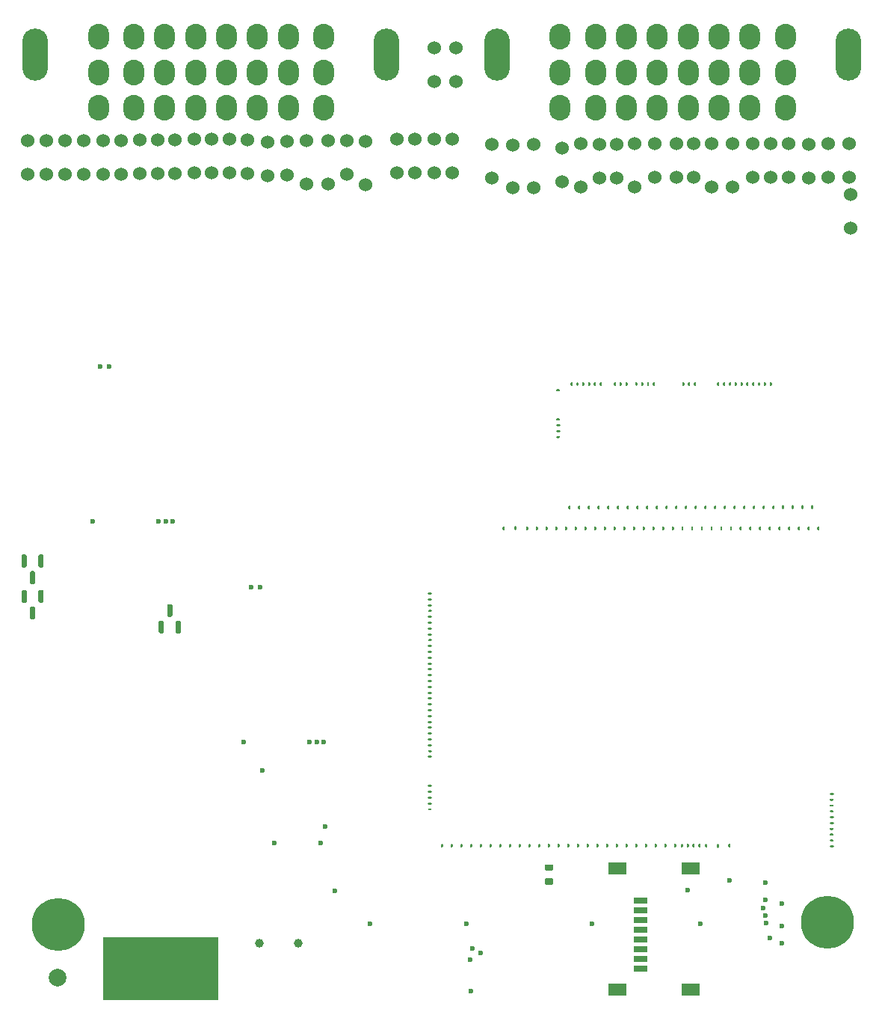
<source format=gbs>
G04 #@! TF.GenerationSoftware,KiCad,Pcbnew,(6.0.1)*
G04 #@! TF.CreationDate,2022-07-29T10:47:58+03:00*
G04 #@! TF.ProjectId,alphax_4ch,616c7068-6178-45f3-9463-682e6b696361,a*
G04 #@! TF.SameCoordinates,PX141f5e0PYa2cace0*
G04 #@! TF.FileFunction,Soldermask,Bot*
G04 #@! TF.FilePolarity,Negative*
%FSLAX46Y46*%
G04 Gerber Fmt 4.6, Leading zero omitted, Abs format (unit mm)*
G04 Created by KiCad (PCBNEW (6.0.1)) date 2022-07-29 10:47:58*
%MOMM*%
%LPD*%
G01*
G04 APERTURE LIST*
%ADD10C,0.120000*%
%ADD11C,0.599999*%
%ADD12C,1.524000*%
%ADD13C,6.000000*%
%ADD14O,2.900000X5.900000*%
%ADD15O,2.400000X2.900000*%
%ADD16C,1.000000*%
%ADD17R,1.500000X0.800000*%
%ADD18R,2.000000X1.450000*%
%ADD19C,2.000000*%
G04 APERTURE END LIST*
D10*
G04 #@! TO.C,U4*
X9850000Y200000D02*
X9850000Y7200000D01*
X9850000Y7200000D02*
X22850000Y7200000D01*
X22850000Y7200000D02*
X22850000Y200000D01*
X22850000Y200000D02*
X9850000Y200000D01*
G36*
X22850000Y200000D02*
G01*
X9850000Y200000D01*
X9850000Y7200000D01*
X22850000Y7200000D01*
X22850000Y200000D01*
G37*
X22850000Y200000D02*
X9850000Y200000D01*
X9850000Y7200000D01*
X22850000Y7200000D01*
X22850000Y200000D01*
G04 #@! TD*
G04 #@! TO.C,D59*
G36*
G01*
X17580000Y43440000D02*
X17280000Y43440000D01*
G75*
G02*
X17130000Y43590000I0J150000D01*
G01*
X17130000Y44765000D01*
G75*
G02*
X17280000Y44915000I150000J0D01*
G01*
X17580000Y44915000D01*
G75*
G02*
X17730000Y44765000I0J-150000D01*
G01*
X17730000Y43590000D01*
G75*
G02*
X17580000Y43440000I-150000J0D01*
G01*
G37*
G36*
G01*
X16630000Y41565000D02*
X16330000Y41565000D01*
G75*
G02*
X16180000Y41715000I0J150000D01*
G01*
X16180000Y42890000D01*
G75*
G02*
X16330000Y43040000I150000J0D01*
G01*
X16630000Y43040000D01*
G75*
G02*
X16780000Y42890000I0J-150000D01*
G01*
X16780000Y41715000D01*
G75*
G02*
X16630000Y41565000I-150000J0D01*
G01*
G37*
G36*
G01*
X18530000Y41565000D02*
X18230000Y41565000D01*
G75*
G02*
X18080000Y41715000I0J150000D01*
G01*
X18080000Y42890000D01*
G75*
G02*
X18230000Y43040000I150000J0D01*
G01*
X18530000Y43040000D01*
G75*
G02*
X18680000Y42890000I0J-150000D01*
G01*
X18680000Y41715000D01*
G75*
G02*
X18530000Y41565000I-150000J0D01*
G01*
G37*
G04 #@! TD*
G04 #@! TO.C,D58*
G36*
G01*
X1740000Y48650000D02*
X2040000Y48650000D01*
G75*
G02*
X2190000Y48500000I0J-150000D01*
G01*
X2190000Y47325000D01*
G75*
G02*
X2040000Y47175000I-150000J0D01*
G01*
X1740000Y47175000D01*
G75*
G02*
X1590000Y47325000I0J150000D01*
G01*
X1590000Y48500000D01*
G75*
G02*
X1740000Y48650000I150000J0D01*
G01*
G37*
G36*
G01*
X2690000Y50525000D02*
X2990000Y50525000D01*
G75*
G02*
X3140000Y50375000I0J-150000D01*
G01*
X3140000Y49200000D01*
G75*
G02*
X2990000Y49050000I-150000J0D01*
G01*
X2690000Y49050000D01*
G75*
G02*
X2540000Y49200000I0J150000D01*
G01*
X2540000Y50375000D01*
G75*
G02*
X2690000Y50525000I150000J0D01*
G01*
G37*
G36*
G01*
X790000Y50525000D02*
X1090000Y50525000D01*
G75*
G02*
X1240000Y50375000I0J-150000D01*
G01*
X1240000Y49200000D01*
G75*
G02*
X1090000Y49050000I-150000J0D01*
G01*
X790000Y49050000D01*
G75*
G02*
X640000Y49200000I0J150000D01*
G01*
X640000Y50375000D01*
G75*
G02*
X790000Y50525000I150000J0D01*
G01*
G37*
G04 #@! TD*
G04 #@! TO.C,D57*
G36*
G01*
X1740000Y44650000D02*
X2040000Y44650000D01*
G75*
G02*
X2190000Y44500000I0J-150000D01*
G01*
X2190000Y43325000D01*
G75*
G02*
X2040000Y43175000I-150000J0D01*
G01*
X1740000Y43175000D01*
G75*
G02*
X1590000Y43325000I0J150000D01*
G01*
X1590000Y44500000D01*
G75*
G02*
X1740000Y44650000I150000J0D01*
G01*
G37*
G36*
G01*
X2690000Y46525000D02*
X2990000Y46525000D01*
G75*
G02*
X3140000Y46375000I0J-150000D01*
G01*
X3140000Y45200000D01*
G75*
G02*
X2990000Y45050000I-150000J0D01*
G01*
X2690000Y45050000D01*
G75*
G02*
X2540000Y45200000I0J150000D01*
G01*
X2540000Y46375000D01*
G75*
G02*
X2690000Y46525000I150000J0D01*
G01*
G37*
G36*
G01*
X790000Y46525000D02*
X1090000Y46525000D01*
G75*
G02*
X1240000Y46375000I0J-150000D01*
G01*
X1240000Y45200000D01*
G75*
G02*
X1090000Y45050000I-150000J0D01*
G01*
X790000Y45050000D01*
G75*
G02*
X640000Y45200000I0J150000D01*
G01*
X640000Y46375000D01*
G75*
G02*
X790000Y46525000I150000J0D01*
G01*
G37*
G04 #@! TD*
D11*
G04 #@! TO.C,M4*
X84894889Y11474986D03*
X86729899Y11049978D03*
X84679891Y10499981D03*
X84894886Y9625022D03*
X84969893Y8774999D03*
X86729899Y8449983D03*
X85419899Y7150016D03*
X86729899Y6499999D03*
X80804884Y13675002D03*
X84879890Y13375000D03*
G04 #@! TD*
D12*
G04 #@! TO.C,R8*
X76750000Y93245000D03*
X76750000Y97055000D03*
G04 #@! TD*
D13*
G04 #@! TO.C,J8*
X4803000Y8619000D03*
G04 #@! TD*
D12*
G04 #@! TO.C,R59*
X45200000Y97505000D03*
X45200000Y93695000D03*
G04 #@! TD*
G04 #@! TO.C,R9*
X74800000Y93245000D03*
X74800000Y97055000D03*
G04 #@! TD*
G04 #@! TO.C,R68*
X24200000Y93695000D03*
X24200000Y97505000D03*
G04 #@! TD*
G04 #@! TO.C,F4*
X63950000Y97000000D03*
X63950000Y92100000D03*
G04 #@! TD*
G04 #@! TO.C,R91*
X94580000Y87485000D03*
X94580000Y91295000D03*
G04 #@! TD*
G04 #@! TO.C,M5*
G36*
G01*
X61299998Y63946477D02*
X61549998Y63946477D01*
G75*
G02*
X61674998Y63821477I0J-125000D01*
G01*
X61674998Y63821477D01*
G75*
G02*
X61549998Y63696477I-125000J0D01*
G01*
X61299998Y63696477D01*
G75*
G02*
X61174998Y63821477I0J125000D01*
G01*
X61174998Y63821477D01*
G75*
G02*
X61299998Y63946477I125000J0D01*
G01*
G37*
G36*
G01*
X61299998Y64606478D02*
X61549998Y64606478D01*
G75*
G02*
X61674998Y64481478I0J-125000D01*
G01*
X61674998Y64481478D01*
G75*
G02*
X61549998Y64356478I-125000J0D01*
G01*
X61299998Y64356478D01*
G75*
G02*
X61174998Y64481478I0J125000D01*
G01*
X61174998Y64481478D01*
G75*
G02*
X61299998Y64606478I125000J0D01*
G01*
G37*
G36*
G01*
X61299998Y65266479D02*
X61549998Y65266479D01*
G75*
G02*
X61674998Y65141479I0J-125000D01*
G01*
X61674998Y65141479D01*
G75*
G02*
X61549998Y65016479I-125000J0D01*
G01*
X61299998Y65016479D01*
G75*
G02*
X61174998Y65141479I0J125000D01*
G01*
X61174998Y65141479D01*
G75*
G02*
X61299998Y65266479I125000J0D01*
G01*
G37*
G36*
G01*
X61299998Y65926480D02*
X61549998Y65926480D01*
G75*
G02*
X61674998Y65801480I0J-125000D01*
G01*
X61674998Y65801480D01*
G75*
G02*
X61549998Y65676480I-125000J0D01*
G01*
X61299998Y65676480D01*
G75*
G02*
X61174998Y65801480I0J125000D01*
G01*
X61174998Y65801480D01*
G75*
G02*
X61299998Y65926480I125000J0D01*
G01*
G37*
G36*
G01*
X61299998Y69226487D02*
X61549998Y69226487D01*
G75*
G02*
X61674998Y69101487I0J-125000D01*
G01*
X61674998Y69101487D01*
G75*
G02*
X61549998Y68976487I-125000J0D01*
G01*
X61299998Y68976487D01*
G75*
G02*
X61174998Y69101487I0J125000D01*
G01*
X61174998Y69101487D01*
G75*
G02*
X61299998Y69226487I125000J0D01*
G01*
G37*
G36*
G01*
X90070000Y55727684D02*
X90070000Y55977684D01*
G75*
G02*
X90195000Y56102684I125000J0D01*
G01*
X90195000Y56102684D01*
G75*
G02*
X90320000Y55977684I0J-125000D01*
G01*
X90320000Y55727684D01*
G75*
G02*
X90195000Y55602684I-125000J0D01*
G01*
X90195000Y55602684D01*
G75*
G02*
X90070000Y55727684I0J125000D01*
G01*
G37*
G36*
G01*
X89219996Y55977684D02*
X89219996Y55727684D01*
G75*
G02*
X89094996Y55602684I-125000J0D01*
G01*
X89094996Y55602684D01*
G75*
G02*
X88969996Y55727684I0J125000D01*
G01*
X88969996Y55977684D01*
G75*
G02*
X89094996Y56102684I125000J0D01*
G01*
X89094996Y56102684D01*
G75*
G02*
X89219996Y55977684I0J-125000D01*
G01*
G37*
G36*
G01*
X88119995Y55977684D02*
X88119995Y55727684D01*
G75*
G02*
X87994995Y55602684I-125000J0D01*
G01*
X87994995Y55602684D01*
G75*
G02*
X87869995Y55727684I0J125000D01*
G01*
X87869995Y55977684D01*
G75*
G02*
X87994995Y56102684I125000J0D01*
G01*
X87994995Y56102684D01*
G75*
G02*
X88119995Y55977684I0J-125000D01*
G01*
G37*
G36*
G01*
X87019998Y55977684D02*
X87019998Y55727684D01*
G75*
G02*
X86894998Y55602684I-125000J0D01*
G01*
X86894998Y55602684D01*
G75*
G02*
X86769998Y55727684I0J125000D01*
G01*
X86769998Y55977684D01*
G75*
G02*
X86894998Y56102684I125000J0D01*
G01*
X86894998Y56102684D01*
G75*
G02*
X87019998Y55977684I0J-125000D01*
G01*
G37*
G36*
G01*
X85920000Y55977684D02*
X85920000Y55727684D01*
G75*
G02*
X85795000Y55602684I-125000J0D01*
G01*
X85795000Y55602684D01*
G75*
G02*
X85670000Y55727684I0J125000D01*
G01*
X85670000Y55977684D01*
G75*
G02*
X85795000Y56102684I125000J0D01*
G01*
X85795000Y56102684D01*
G75*
G02*
X85920000Y55977684I0J-125000D01*
G01*
G37*
G36*
G01*
X84820002Y55977684D02*
X84820002Y55727684D01*
G75*
G02*
X84695002Y55602684I-125000J0D01*
G01*
X84695002Y55602684D01*
G75*
G02*
X84570002Y55727684I0J125000D01*
G01*
X84570002Y55977684D01*
G75*
G02*
X84695002Y56102684I125000J0D01*
G01*
X84695002Y56102684D01*
G75*
G02*
X84820002Y55977684I0J-125000D01*
G01*
G37*
G36*
G01*
X83720004Y55977684D02*
X83720004Y55727684D01*
G75*
G02*
X83595004Y55602684I-125000J0D01*
G01*
X83595004Y55602684D01*
G75*
G02*
X83470004Y55727684I0J125000D01*
G01*
X83470004Y55977684D01*
G75*
G02*
X83595004Y56102684I125000J0D01*
G01*
X83595004Y56102684D01*
G75*
G02*
X83720004Y55977684I0J-125000D01*
G01*
G37*
G36*
G01*
X82620006Y55977684D02*
X82620006Y55727684D01*
G75*
G02*
X82495006Y55602684I-125000J0D01*
G01*
X82495006Y55602684D01*
G75*
G02*
X82370006Y55727684I0J125000D01*
G01*
X82370006Y55977684D01*
G75*
G02*
X82495006Y56102684I125000J0D01*
G01*
X82495006Y56102684D01*
G75*
G02*
X82620006Y55977684I0J-125000D01*
G01*
G37*
G36*
G01*
X81520009Y55977684D02*
X81520009Y55727684D01*
G75*
G02*
X81395009Y55602684I-125000J0D01*
G01*
X81395009Y55602684D01*
G75*
G02*
X81270009Y55727684I0J125000D01*
G01*
X81270009Y55977684D01*
G75*
G02*
X81395009Y56102684I125000J0D01*
G01*
X81395009Y56102684D01*
G75*
G02*
X81520009Y55977684I0J-125000D01*
G01*
G37*
G36*
G01*
X80420011Y55977684D02*
X80420011Y55727684D01*
G75*
G02*
X80295011Y55602684I-125000J0D01*
G01*
X80295011Y55602684D01*
G75*
G02*
X80170011Y55727684I0J125000D01*
G01*
X80170011Y55977684D01*
G75*
G02*
X80295011Y56102684I125000J0D01*
G01*
X80295011Y56102684D01*
G75*
G02*
X80420011Y55977684I0J-125000D01*
G01*
G37*
G36*
G01*
X79320013Y55977684D02*
X79320013Y55727684D01*
G75*
G02*
X79195013Y55602684I-125000J0D01*
G01*
X79195013Y55602684D01*
G75*
G02*
X79070013Y55727684I0J125000D01*
G01*
X79070013Y55977684D01*
G75*
G02*
X79195013Y56102684I125000J0D01*
G01*
X79195013Y56102684D01*
G75*
G02*
X79320013Y55977684I0J-125000D01*
G01*
G37*
G36*
G01*
X78220015Y55977684D02*
X78220015Y55727684D01*
G75*
G02*
X78095015Y55602684I-125000J0D01*
G01*
X78095015Y55602684D01*
G75*
G02*
X77970015Y55727684I0J125000D01*
G01*
X77970015Y55977684D01*
G75*
G02*
X78095015Y56102684I125000J0D01*
G01*
X78095015Y56102684D01*
G75*
G02*
X78220015Y55977684I0J-125000D01*
G01*
G37*
G36*
G01*
X77120017Y55977684D02*
X77120017Y55727684D01*
G75*
G02*
X76995017Y55602684I-125000J0D01*
G01*
X76995017Y55602684D01*
G75*
G02*
X76870017Y55727684I0J125000D01*
G01*
X76870017Y55977684D01*
G75*
G02*
X76995017Y56102684I125000J0D01*
G01*
X76995017Y56102684D01*
G75*
G02*
X77120017Y55977684I0J-125000D01*
G01*
G37*
G36*
G01*
X76020020Y55977684D02*
X76020020Y55727684D01*
G75*
G02*
X75895020Y55602684I-125000J0D01*
G01*
X75895020Y55602684D01*
G75*
G02*
X75770020Y55727684I0J125000D01*
G01*
X75770020Y55977684D01*
G75*
G02*
X75895020Y56102684I125000J0D01*
G01*
X75895020Y56102684D01*
G75*
G02*
X76020020Y55977684I0J-125000D01*
G01*
G37*
G36*
G01*
X74920022Y55977684D02*
X74920022Y55727684D01*
G75*
G02*
X74795022Y55602684I-125000J0D01*
G01*
X74795022Y55602684D01*
G75*
G02*
X74670022Y55727684I0J125000D01*
G01*
X74670022Y55977684D01*
G75*
G02*
X74795022Y56102684I125000J0D01*
G01*
X74795022Y56102684D01*
G75*
G02*
X74920022Y55977684I0J-125000D01*
G01*
G37*
G36*
G01*
X73820024Y55977684D02*
X73820024Y55727684D01*
G75*
G02*
X73695024Y55602684I-125000J0D01*
G01*
X73695024Y55602684D01*
G75*
G02*
X73570024Y55727684I0J125000D01*
G01*
X73570024Y55977684D01*
G75*
G02*
X73695024Y56102684I125000J0D01*
G01*
X73695024Y56102684D01*
G75*
G02*
X73820024Y55977684I0J-125000D01*
G01*
G37*
G36*
G01*
X72720026Y55977684D02*
X72720026Y55727684D01*
G75*
G02*
X72595026Y55602684I-125000J0D01*
G01*
X72595026Y55602684D01*
G75*
G02*
X72470026Y55727684I0J125000D01*
G01*
X72470026Y55977684D01*
G75*
G02*
X72595026Y56102684I125000J0D01*
G01*
X72595026Y56102684D01*
G75*
G02*
X72720026Y55977684I0J-125000D01*
G01*
G37*
G36*
G01*
X71620028Y55977684D02*
X71620028Y55727684D01*
G75*
G02*
X71495028Y55602684I-125000J0D01*
G01*
X71495028Y55602684D01*
G75*
G02*
X71370028Y55727684I0J125000D01*
G01*
X71370028Y55977684D01*
G75*
G02*
X71495028Y56102684I125000J0D01*
G01*
X71495028Y56102684D01*
G75*
G02*
X71620028Y55977684I0J-125000D01*
G01*
G37*
G36*
G01*
X70520031Y55977684D02*
X70520031Y55727684D01*
G75*
G02*
X70395031Y55602684I-125000J0D01*
G01*
X70395031Y55602684D01*
G75*
G02*
X70270031Y55727684I0J125000D01*
G01*
X70270031Y55977684D01*
G75*
G02*
X70395031Y56102684I125000J0D01*
G01*
X70395031Y56102684D01*
G75*
G02*
X70520031Y55977684I0J-125000D01*
G01*
G37*
G36*
G01*
X69420033Y55977684D02*
X69420033Y55727684D01*
G75*
G02*
X69295033Y55602684I-125000J0D01*
G01*
X69295033Y55602684D01*
G75*
G02*
X69170033Y55727684I0J125000D01*
G01*
X69170033Y55977684D01*
G75*
G02*
X69295033Y56102684I125000J0D01*
G01*
X69295033Y56102684D01*
G75*
G02*
X69420033Y55977684I0J-125000D01*
G01*
G37*
G36*
G01*
X68320035Y55977684D02*
X68320035Y55727684D01*
G75*
G02*
X68195035Y55602684I-125000J0D01*
G01*
X68195035Y55602684D01*
G75*
G02*
X68070035Y55727684I0J125000D01*
G01*
X68070035Y55977684D01*
G75*
G02*
X68195035Y56102684I125000J0D01*
G01*
X68195035Y56102684D01*
G75*
G02*
X68320035Y55977684I0J-125000D01*
G01*
G37*
G36*
G01*
X67220037Y55977684D02*
X67220037Y55727684D01*
G75*
G02*
X67095037Y55602684I-125000J0D01*
G01*
X67095037Y55602684D01*
G75*
G02*
X66970037Y55727684I0J125000D01*
G01*
X66970037Y55977684D01*
G75*
G02*
X67095037Y56102684I125000J0D01*
G01*
X67095037Y56102684D01*
G75*
G02*
X67220037Y55977684I0J-125000D01*
G01*
G37*
G36*
G01*
X66120039Y55977684D02*
X66120039Y55727684D01*
G75*
G02*
X65995039Y55602684I-125000J0D01*
G01*
X65995039Y55602684D01*
G75*
G02*
X65870039Y55727684I0J125000D01*
G01*
X65870039Y55977684D01*
G75*
G02*
X65995039Y56102684I125000J0D01*
G01*
X65995039Y56102684D01*
G75*
G02*
X66120039Y55977684I0J-125000D01*
G01*
G37*
G36*
G01*
X65020042Y55977684D02*
X65020042Y55727684D01*
G75*
G02*
X64895042Y55602684I-125000J0D01*
G01*
X64895042Y55602684D01*
G75*
G02*
X64770042Y55727684I0J125000D01*
G01*
X64770042Y55977684D01*
G75*
G02*
X64895042Y56102684I125000J0D01*
G01*
X64895042Y56102684D01*
G75*
G02*
X65020042Y55977684I0J-125000D01*
G01*
G37*
G36*
G01*
X63920044Y55977684D02*
X63920044Y55727684D01*
G75*
G02*
X63795044Y55602684I-125000J0D01*
G01*
X63795044Y55602684D01*
G75*
G02*
X63670044Y55727684I0J125000D01*
G01*
X63670044Y55977684D01*
G75*
G02*
X63795044Y56102684I125000J0D01*
G01*
X63795044Y56102684D01*
G75*
G02*
X63920044Y55977684I0J-125000D01*
G01*
G37*
G36*
G01*
X62820046Y55977684D02*
X62820046Y55727684D01*
G75*
G02*
X62695046Y55602684I-125000J0D01*
G01*
X62695046Y55602684D01*
G75*
G02*
X62570046Y55727684I0J125000D01*
G01*
X62570046Y55977684D01*
G75*
G02*
X62695046Y56102684I125000J0D01*
G01*
X62695046Y56102684D01*
G75*
G02*
X62820046Y55977684I0J-125000D01*
G01*
G37*
G36*
G01*
X63070990Y69939683D02*
X63070990Y69689683D01*
G75*
G02*
X62945990Y69564683I-125000J0D01*
G01*
X62945990Y69564683D01*
G75*
G02*
X62820990Y69689683I0J125000D01*
G01*
X62820990Y69939683D01*
G75*
G02*
X62945990Y70064683I125000J0D01*
G01*
X62945990Y70064683D01*
G75*
G02*
X63070990Y69939683I0J-125000D01*
G01*
G37*
G36*
G01*
X63730992Y69939683D02*
X63730992Y69689683D01*
G75*
G02*
X63605992Y69564683I-125000J0D01*
G01*
X63605992Y69564683D01*
G75*
G02*
X63480992Y69689683I0J125000D01*
G01*
X63480992Y69939683D01*
G75*
G02*
X63605992Y70064683I125000J0D01*
G01*
X63605992Y70064683D01*
G75*
G02*
X63730992Y69939683I0J-125000D01*
G01*
G37*
G36*
G01*
X64390993Y69939683D02*
X64390993Y69689683D01*
G75*
G02*
X64265993Y69564683I-125000J0D01*
G01*
X64265993Y69564683D01*
G75*
G02*
X64140993Y69689683I0J125000D01*
G01*
X64140993Y69939683D01*
G75*
G02*
X64265993Y70064683I125000J0D01*
G01*
X64265993Y70064683D01*
G75*
G02*
X64390993Y69939683I0J-125000D01*
G01*
G37*
G36*
G01*
X65050994Y69939683D02*
X65050994Y69689683D01*
G75*
G02*
X64925994Y69564683I-125000J0D01*
G01*
X64925994Y69564683D01*
G75*
G02*
X64800994Y69689683I0J125000D01*
G01*
X64800994Y69939683D01*
G75*
G02*
X64925994Y70064683I125000J0D01*
G01*
X64925994Y70064683D01*
G75*
G02*
X65050994Y69939683I0J-125000D01*
G01*
G37*
G36*
G01*
X65710995Y69939683D02*
X65710995Y69689683D01*
G75*
G02*
X65585995Y69564683I-125000J0D01*
G01*
X65585995Y69564683D01*
G75*
G02*
X65460995Y69689683I0J125000D01*
G01*
X65460995Y69939683D01*
G75*
G02*
X65585995Y70064683I125000J0D01*
G01*
X65585995Y70064683D01*
G75*
G02*
X65710995Y69939683I0J-125000D01*
G01*
G37*
G36*
G01*
X66370997Y69939683D02*
X66370997Y69689683D01*
G75*
G02*
X66245997Y69564683I-125000J0D01*
G01*
X66245997Y69564683D01*
G75*
G02*
X66120997Y69689683I0J125000D01*
G01*
X66120997Y69939683D01*
G75*
G02*
X66245997Y70064683I125000J0D01*
G01*
X66245997Y70064683D01*
G75*
G02*
X66370997Y69939683I0J-125000D01*
G01*
G37*
G36*
G01*
X67971994Y69939683D02*
X67971994Y69689683D01*
G75*
G02*
X67846994Y69564683I-125000J0D01*
G01*
X67846994Y69564683D01*
G75*
G02*
X67721994Y69689683I0J125000D01*
G01*
X67721994Y69939683D01*
G75*
G02*
X67846994Y70064683I125000J0D01*
G01*
X67846994Y70064683D01*
G75*
G02*
X67971994Y69939683I0J-125000D01*
G01*
G37*
G36*
G01*
X68631995Y69939683D02*
X68631995Y69689683D01*
G75*
G02*
X68506995Y69564683I-125000J0D01*
G01*
X68506995Y69564683D01*
G75*
G02*
X68381995Y69689683I0J125000D01*
G01*
X68381995Y69939683D01*
G75*
G02*
X68506995Y70064683I125000J0D01*
G01*
X68506995Y70064683D01*
G75*
G02*
X68631995Y69939683I0J-125000D01*
G01*
G37*
G36*
G01*
X69291997Y69939683D02*
X69291997Y69689683D01*
G75*
G02*
X69166997Y69564683I-125000J0D01*
G01*
X69166997Y69564683D01*
G75*
G02*
X69041997Y69689683I0J125000D01*
G01*
X69041997Y69939683D01*
G75*
G02*
X69166997Y70064683I125000J0D01*
G01*
X69166997Y70064683D01*
G75*
G02*
X69291997Y69939683I0J-125000D01*
G01*
G37*
G36*
G01*
X70412896Y69939683D02*
X70412896Y69689683D01*
G75*
G02*
X70287896Y69564683I-125000J0D01*
G01*
X70287896Y69564683D01*
G75*
G02*
X70162896Y69689683I0J125000D01*
G01*
X70162896Y69939683D01*
G75*
G02*
X70287896Y70064683I125000J0D01*
G01*
X70287896Y70064683D01*
G75*
G02*
X70412896Y69939683I0J-125000D01*
G01*
G37*
G36*
G01*
X71072897Y69939683D02*
X71072897Y69689683D01*
G75*
G02*
X70947897Y69564683I-125000J0D01*
G01*
X70947897Y69564683D01*
G75*
G02*
X70822897Y69689683I0J125000D01*
G01*
X70822897Y69939683D01*
G75*
G02*
X70947897Y70064683I125000J0D01*
G01*
X70947897Y70064683D01*
G75*
G02*
X71072897Y69939683I0J-125000D01*
G01*
G37*
G36*
G01*
X71732898Y69939683D02*
X71732898Y69689683D01*
G75*
G02*
X71607898Y69564683I-125000J0D01*
G01*
X71607898Y69564683D01*
G75*
G02*
X71482898Y69689683I0J125000D01*
G01*
X71482898Y69939683D01*
G75*
G02*
X71607898Y70064683I125000J0D01*
G01*
X71607898Y70064683D01*
G75*
G02*
X71732898Y69939683I0J-125000D01*
G01*
G37*
G36*
G01*
X72392900Y69939683D02*
X72392900Y69689683D01*
G75*
G02*
X72267900Y69564683I-125000J0D01*
G01*
X72267900Y69564683D01*
G75*
G02*
X72142900Y69689683I0J125000D01*
G01*
X72142900Y69939683D01*
G75*
G02*
X72267900Y70064683I125000J0D01*
G01*
X72267900Y70064683D01*
G75*
G02*
X72392900Y69939683I0J-125000D01*
G01*
G37*
G36*
G01*
X75718994Y69939683D02*
X75718994Y69689683D01*
G75*
G02*
X75593994Y69564683I-125000J0D01*
G01*
X75593994Y69564683D01*
G75*
G02*
X75468994Y69689683I0J125000D01*
G01*
X75468994Y69939683D01*
G75*
G02*
X75593994Y70064683I125000J0D01*
G01*
X75593994Y70064683D01*
G75*
G02*
X75718994Y69939683I0J-125000D01*
G01*
G37*
G36*
G01*
X76378995Y69939683D02*
X76378995Y69689683D01*
G75*
G02*
X76253995Y69564683I-125000J0D01*
G01*
X76253995Y69564683D01*
G75*
G02*
X76128995Y69689683I0J125000D01*
G01*
X76128995Y69939683D01*
G75*
G02*
X76253995Y70064683I125000J0D01*
G01*
X76253995Y70064683D01*
G75*
G02*
X76378995Y69939683I0J-125000D01*
G01*
G37*
G36*
G01*
X77038997Y69939683D02*
X77038997Y69689683D01*
G75*
G02*
X76913997Y69564683I-125000J0D01*
G01*
X76913997Y69564683D01*
G75*
G02*
X76788997Y69689683I0J125000D01*
G01*
X76788997Y69939683D01*
G75*
G02*
X76913997Y70064683I125000J0D01*
G01*
X76913997Y70064683D01*
G75*
G02*
X77038997Y69939683I0J-125000D01*
G01*
G37*
G36*
G01*
X79684988Y69939683D02*
X79684988Y69689683D01*
G75*
G02*
X79559988Y69564683I-125000J0D01*
G01*
X79559988Y69564683D01*
G75*
G02*
X79434988Y69689683I0J125000D01*
G01*
X79434988Y69939683D01*
G75*
G02*
X79559988Y70064683I125000J0D01*
G01*
X79559988Y70064683D01*
G75*
G02*
X79684988Y69939683I0J-125000D01*
G01*
G37*
G36*
G01*
X80344989Y69939683D02*
X80344989Y69689683D01*
G75*
G02*
X80219989Y69564683I-125000J0D01*
G01*
X80219989Y69564683D01*
G75*
G02*
X80094989Y69689683I0J125000D01*
G01*
X80094989Y69939683D01*
G75*
G02*
X80219989Y70064683I125000J0D01*
G01*
X80219989Y70064683D01*
G75*
G02*
X80344989Y69939683I0J-125000D01*
G01*
G37*
G36*
G01*
X81004991Y69939683D02*
X81004991Y69689683D01*
G75*
G02*
X80879991Y69564683I-125000J0D01*
G01*
X80879991Y69564683D01*
G75*
G02*
X80754991Y69689683I0J125000D01*
G01*
X80754991Y69939683D01*
G75*
G02*
X80879991Y70064683I125000J0D01*
G01*
X80879991Y70064683D01*
G75*
G02*
X81004991Y69939683I0J-125000D01*
G01*
G37*
G36*
G01*
X81664992Y69939683D02*
X81664992Y69689683D01*
G75*
G02*
X81539992Y69564683I-125000J0D01*
G01*
X81539992Y69564683D01*
G75*
G02*
X81414992Y69689683I0J125000D01*
G01*
X81414992Y69939683D01*
G75*
G02*
X81539992Y70064683I125000J0D01*
G01*
X81539992Y70064683D01*
G75*
G02*
X81664992Y69939683I0J-125000D01*
G01*
G37*
G36*
G01*
X82324993Y69939683D02*
X82324993Y69689683D01*
G75*
G02*
X82199993Y69564683I-125000J0D01*
G01*
X82199993Y69564683D01*
G75*
G02*
X82074993Y69689683I0J125000D01*
G01*
X82074993Y69939683D01*
G75*
G02*
X82199993Y70064683I125000J0D01*
G01*
X82199993Y70064683D01*
G75*
G02*
X82324993Y69939683I0J-125000D01*
G01*
G37*
G36*
G01*
X82984994Y69939683D02*
X82984994Y69689683D01*
G75*
G02*
X82859994Y69564683I-125000J0D01*
G01*
X82859994Y69564683D01*
G75*
G02*
X82734994Y69689683I0J125000D01*
G01*
X82734994Y69939683D01*
G75*
G02*
X82859994Y70064683I125000J0D01*
G01*
X82859994Y70064683D01*
G75*
G02*
X82984994Y69939683I0J-125000D01*
G01*
G37*
G36*
G01*
X83644996Y69939683D02*
X83644996Y69689683D01*
G75*
G02*
X83519996Y69564683I-125000J0D01*
G01*
X83519996Y69564683D01*
G75*
G02*
X83394996Y69689683I0J125000D01*
G01*
X83394996Y69939683D01*
G75*
G02*
X83519996Y70064683I125000J0D01*
G01*
X83519996Y70064683D01*
G75*
G02*
X83644996Y69939683I0J-125000D01*
G01*
G37*
G36*
G01*
X84304997Y69939683D02*
X84304997Y69689683D01*
G75*
G02*
X84179997Y69564683I-125000J0D01*
G01*
X84179997Y69564683D01*
G75*
G02*
X84054997Y69689683I0J125000D01*
G01*
X84054997Y69939683D01*
G75*
G02*
X84179997Y70064683I125000J0D01*
G01*
X84179997Y70064683D01*
G75*
G02*
X84304997Y69939683I0J-125000D01*
G01*
G37*
G36*
G01*
X84964998Y69939683D02*
X84964998Y69689683D01*
G75*
G02*
X84839998Y69564683I-125000J0D01*
G01*
X84839998Y69564683D01*
G75*
G02*
X84714998Y69689683I0J125000D01*
G01*
X84714998Y69939683D01*
G75*
G02*
X84839998Y70064683I125000J0D01*
G01*
X84839998Y70064683D01*
G75*
G02*
X84964998Y69939683I0J-125000D01*
G01*
G37*
G36*
G01*
X85625000Y69939683D02*
X85625000Y69689683D01*
G75*
G02*
X85500000Y69564683I-125000J0D01*
G01*
X85500000Y69564683D01*
G75*
G02*
X85375000Y69689683I0J125000D01*
G01*
X85375000Y69939683D01*
G75*
G02*
X85500000Y70064683I125000J0D01*
G01*
X85500000Y70064683D01*
G75*
G02*
X85625000Y69939683I0J-125000D01*
G01*
G37*
G04 #@! TD*
D14*
G04 #@! TO.C,P2*
X42000000Y107100000D03*
X2200000Y107100000D03*
D15*
X9350000Y101100000D03*
X13350000Y101100000D03*
X16850000Y101100000D03*
X20350000Y101100000D03*
X23850000Y101100000D03*
X27350000Y101100000D03*
X30850000Y101100000D03*
X34850000Y101100000D03*
X9350000Y105100000D03*
X13350000Y105100000D03*
X16850000Y105100000D03*
X20350000Y105100000D03*
X23850000Y105100000D03*
X27350000Y105100000D03*
X30850000Y105100000D03*
X34850000Y105100000D03*
X9350000Y109100000D03*
X13350000Y109100000D03*
X16850000Y109100000D03*
X20350000Y109100000D03*
X23850000Y109100000D03*
X27350000Y109100000D03*
X30850000Y109100000D03*
X34850000Y109100000D03*
G04 #@! TD*
D12*
G04 #@! TO.C,R11*
X47350000Y104095000D03*
X47350000Y107905000D03*
G04 #@! TD*
G04 #@! TO.C,R6*
X92050000Y93195000D03*
X92050000Y97005000D03*
G04 #@! TD*
G04 #@! TO.C,R60*
X43200000Y93695000D03*
X43200000Y97505000D03*
G04 #@! TD*
D16*
G04 #@! TO.C,J1*
X32000000Y6500000D03*
X27600000Y6500000D03*
G04 #@! TD*
D12*
G04 #@! TO.C,R66*
X3450000Y93561701D03*
X3450000Y97371701D03*
G04 #@! TD*
G04 #@! TO.C,R17*
X68050000Y93145000D03*
X68050000Y96955000D03*
G04 #@! TD*
G04 #@! TO.C,R63*
X22200000Y93695000D03*
X22200000Y97505000D03*
G04 #@! TD*
G04 #@! TO.C,R16*
X72350000Y93195000D03*
X72350000Y97005000D03*
G04 #@! TD*
G04 #@! TO.C,R70*
X11950000Y93595000D03*
X11950000Y97405000D03*
G04 #@! TD*
D11*
G04 #@! TO.C,M7*
X51750003Y5925001D03*
X52625005Y5400001D03*
X51450001Y4650003D03*
X51525004Y1100002D03*
G04 #@! TD*
G04 #@! TO.C,M1*
X27937888Y26083984D03*
X29262892Y17858984D03*
X34495386Y17876489D03*
X34987892Y19758985D03*
X36112878Y12408992D03*
G04 #@! TD*
G04 #@! TO.C,M3*
X25775000Y29300000D03*
X33275000Y29300000D03*
X34075000Y29300000D03*
X34875000Y29300000D03*
X27675000Y46825000D03*
X26675000Y46825000D03*
G04 #@! TD*
D12*
G04 #@! TO.C,R10*
X66100000Y93145000D03*
X66100000Y96955000D03*
G04 #@! TD*
G04 #@! TO.C,R62*
X28500000Y93395000D03*
X28500000Y97205000D03*
G04 #@! TD*
G04 #@! TO.C,R65*
X9850000Y93595000D03*
X9850000Y97405000D03*
G04 #@! TD*
G04 #@! TO.C,F7*
X32900000Y97399979D03*
X32900000Y92499979D03*
G04 #@! TD*
G04 #@! TO.C,R58*
X1347390Y93561701D03*
X1347390Y97371701D03*
G04 #@! TD*
G04 #@! TO.C,R56*
X14000000Y93645000D03*
X14000000Y97455000D03*
G04 #@! TD*
G04 #@! TO.C,R19*
X53950000Y93145000D03*
X53950000Y96955000D03*
G04 #@! TD*
G04 #@! TO.C,R67*
X26250000Y93645000D03*
X26250000Y97455000D03*
G04 #@! TD*
G04 #@! TO.C,F1*
X81196000Y96995000D03*
X81196000Y92095000D03*
G04 #@! TD*
G04 #@! TO.C,R14*
X89800000Y96955000D03*
X89800000Y93145000D03*
G04 #@! TD*
G04 #@! TO.C,R64*
X16050000Y93645000D03*
X16050000Y97455000D03*
G04 #@! TD*
G04 #@! TO.C,F3*
X70100000Y97000000D03*
X70100000Y92100000D03*
G04 #@! TD*
G04 #@! TO.C,R71*
X5600000Y93545000D03*
X5600000Y97355000D03*
G04 #@! TD*
G04 #@! TO.C,R61*
X30700000Y93445000D03*
X30700000Y97255000D03*
G04 #@! TD*
D13*
G04 #@! TO.C,J7*
X91948000Y8873000D03*
G04 #@! TD*
D12*
G04 #@! TO.C,R69*
X18050000Y93645000D03*
X18050000Y97455000D03*
G04 #@! TD*
G04 #@! TO.C,R55*
X20200000Y93695000D03*
X20200000Y97505000D03*
G04 #@! TD*
G04 #@! TO.C,F8*
X39600000Y97299979D03*
X39600000Y92399979D03*
G04 #@! TD*
G04 #@! TO.C,R54*
X37450000Y93595000D03*
X37450000Y97405000D03*
G04 #@! TD*
G04 #@! TO.C,R52*
X47400000Y93695000D03*
X47400000Y97505000D03*
G04 #@! TD*
G04 #@! TO.C,M6*
G36*
G01*
X46760503Y21803625D02*
X47010503Y21803625D01*
G75*
G02*
X47135503Y21678625I0J-125000D01*
G01*
X47135503Y21678625D01*
G75*
G02*
X47010503Y21553625I-125000J0D01*
G01*
X46760503Y21553625D01*
G75*
G02*
X46635503Y21678625I0J125000D01*
G01*
X46635503Y21678625D01*
G75*
G02*
X46760503Y21803625I125000J0D01*
G01*
G37*
G36*
G01*
X47010503Y22213623D02*
X46760503Y22213623D01*
G75*
G02*
X46635503Y22338623I0J125000D01*
G01*
X46635503Y22338623D01*
G75*
G02*
X46760503Y22463623I125000J0D01*
G01*
X47010503Y22463623D01*
G75*
G02*
X47135503Y22338623I0J-125000D01*
G01*
X47135503Y22338623D01*
G75*
G02*
X47010503Y22213623I-125000J0D01*
G01*
G37*
G36*
G01*
X47010503Y22873628D02*
X46760503Y22873628D01*
G75*
G02*
X46635503Y22998628I0J125000D01*
G01*
X46635503Y22998628D01*
G75*
G02*
X46760503Y23123628I125000J0D01*
G01*
X47010503Y23123628D01*
G75*
G02*
X47135503Y22998628I0J-125000D01*
G01*
X47135503Y22998628D01*
G75*
G02*
X47010503Y22873628I-125000J0D01*
G01*
G37*
G36*
G01*
X47010503Y23533623D02*
X46760503Y23533623D01*
G75*
G02*
X46635503Y23658623I0J125000D01*
G01*
X46635503Y23658623D01*
G75*
G02*
X46760503Y23783623I125000J0D01*
G01*
X47010503Y23783623D01*
G75*
G02*
X47135503Y23658623I0J-125000D01*
G01*
X47135503Y23658623D01*
G75*
G02*
X47010503Y23533623I-125000J0D01*
G01*
G37*
G36*
G01*
X47010503Y24193625D02*
X46760503Y24193625D01*
G75*
G02*
X46635503Y24318625I0J125000D01*
G01*
X46635503Y24318625D01*
G75*
G02*
X46760503Y24443625I125000J0D01*
G01*
X47010503Y24443625D01*
G75*
G02*
X47135503Y24318625I0J-125000D01*
G01*
X47135503Y24318625D01*
G75*
G02*
X47010503Y24193625I-125000J0D01*
G01*
G37*
G36*
G01*
X47010503Y27493626D02*
X46760503Y27493626D01*
G75*
G02*
X46635503Y27618626I0J125000D01*
G01*
X46635503Y27618626D01*
G75*
G02*
X46760503Y27743626I125000J0D01*
G01*
X47010503Y27743626D01*
G75*
G02*
X47135503Y27618626I0J-125000D01*
G01*
X47135503Y27618626D01*
G75*
G02*
X47010503Y27493626I-125000J0D01*
G01*
G37*
G36*
G01*
X47010503Y28153627D02*
X46760503Y28153627D01*
G75*
G02*
X46635503Y28278627I0J125000D01*
G01*
X46635503Y28278627D01*
G75*
G02*
X46760503Y28403627I125000J0D01*
G01*
X47010503Y28403627D01*
G75*
G02*
X47135503Y28278627I0J-125000D01*
G01*
X47135503Y28278627D01*
G75*
G02*
X47010503Y28153627I-125000J0D01*
G01*
G37*
G36*
G01*
X47010503Y28813629D02*
X46760503Y28813629D01*
G75*
G02*
X46635503Y28938629I0J125000D01*
G01*
X46635503Y28938629D01*
G75*
G02*
X46760503Y29063629I125000J0D01*
G01*
X47010503Y29063629D01*
G75*
G02*
X47135503Y28938629I0J-125000D01*
G01*
X47135503Y28938629D01*
G75*
G02*
X47010503Y28813629I-125000J0D01*
G01*
G37*
G36*
G01*
X47010503Y29473627D02*
X46760503Y29473627D01*
G75*
G02*
X46635503Y29598627I0J125000D01*
G01*
X46635503Y29598627D01*
G75*
G02*
X46760503Y29723627I125000J0D01*
G01*
X47010503Y29723627D01*
G75*
G02*
X47135503Y29598627I0J-125000D01*
G01*
X47135503Y29598627D01*
G75*
G02*
X47010503Y29473627I-125000J0D01*
G01*
G37*
G36*
G01*
X47010503Y30133629D02*
X46760503Y30133629D01*
G75*
G02*
X46635503Y30258629I0J125000D01*
G01*
X46635503Y30258629D01*
G75*
G02*
X46760503Y30383629I125000J0D01*
G01*
X47010503Y30383629D01*
G75*
G02*
X47135503Y30258629I0J-125000D01*
G01*
X47135503Y30258629D01*
G75*
G02*
X47010503Y30133629I-125000J0D01*
G01*
G37*
G36*
G01*
X47010503Y30793627D02*
X46760503Y30793627D01*
G75*
G02*
X46635503Y30918627I0J125000D01*
G01*
X46635503Y30918627D01*
G75*
G02*
X46760503Y31043627I125000J0D01*
G01*
X47010503Y31043627D01*
G75*
G02*
X47135503Y30918627I0J-125000D01*
G01*
X47135503Y30918627D01*
G75*
G02*
X47010503Y30793627I-125000J0D01*
G01*
G37*
G36*
G01*
X47010503Y31453628D02*
X46760503Y31453628D01*
G75*
G02*
X46635503Y31578628I0J125000D01*
G01*
X46635503Y31578628D01*
G75*
G02*
X46760503Y31703628I125000J0D01*
G01*
X47010503Y31703628D01*
G75*
G02*
X47135503Y31578628I0J-125000D01*
G01*
X47135503Y31578628D01*
G75*
G02*
X47010503Y31453628I-125000J0D01*
G01*
G37*
G36*
G01*
X47010503Y32113627D02*
X46760503Y32113627D01*
G75*
G02*
X46635503Y32238627I0J125000D01*
G01*
X46635503Y32238627D01*
G75*
G02*
X46760503Y32363627I125000J0D01*
G01*
X47010503Y32363627D01*
G75*
G02*
X47135503Y32238627I0J-125000D01*
G01*
X47135503Y32238627D01*
G75*
G02*
X47010503Y32113627I-125000J0D01*
G01*
G37*
G36*
G01*
X47010503Y32773628D02*
X46760503Y32773628D01*
G75*
G02*
X46635503Y32898628I0J125000D01*
G01*
X46635503Y32898628D01*
G75*
G02*
X46760503Y33023628I125000J0D01*
G01*
X47010503Y33023628D01*
G75*
G02*
X47135503Y32898628I0J-125000D01*
G01*
X47135503Y32898628D01*
G75*
G02*
X47010503Y32773628I-125000J0D01*
G01*
G37*
G36*
G01*
X47010503Y33433627D02*
X46760503Y33433627D01*
G75*
G02*
X46635503Y33558627I0J125000D01*
G01*
X46635503Y33558627D01*
G75*
G02*
X46760503Y33683627I125000J0D01*
G01*
X47010503Y33683627D01*
G75*
G02*
X47135503Y33558627I0J-125000D01*
G01*
X47135503Y33558627D01*
G75*
G02*
X47010503Y33433627I-125000J0D01*
G01*
G37*
G36*
G01*
X47010503Y34093628D02*
X46760503Y34093628D01*
G75*
G02*
X46635503Y34218628I0J125000D01*
G01*
X46635503Y34218628D01*
G75*
G02*
X46760503Y34343628I125000J0D01*
G01*
X47010503Y34343628D01*
G75*
G02*
X47135503Y34218628I0J-125000D01*
G01*
X47135503Y34218628D01*
G75*
G02*
X47010503Y34093628I-125000J0D01*
G01*
G37*
G36*
G01*
X47010503Y34753627D02*
X46760503Y34753627D01*
G75*
G02*
X46635503Y34878627I0J125000D01*
G01*
X46635503Y34878627D01*
G75*
G02*
X46760503Y35003627I125000J0D01*
G01*
X47010503Y35003627D01*
G75*
G02*
X47135503Y34878627I0J-125000D01*
G01*
X47135503Y34878627D01*
G75*
G02*
X47010503Y34753627I-125000J0D01*
G01*
G37*
G36*
G01*
X47010503Y35413628D02*
X46760503Y35413628D01*
G75*
G02*
X46635503Y35538628I0J125000D01*
G01*
X46635503Y35538628D01*
G75*
G02*
X46760503Y35663628I125000J0D01*
G01*
X47010503Y35663628D01*
G75*
G02*
X47135503Y35538628I0J-125000D01*
G01*
X47135503Y35538628D01*
G75*
G02*
X47010503Y35413628I-125000J0D01*
G01*
G37*
G36*
G01*
X47010503Y36073627D02*
X46760503Y36073627D01*
G75*
G02*
X46635503Y36198627I0J125000D01*
G01*
X46635503Y36198627D01*
G75*
G02*
X46760503Y36323627I125000J0D01*
G01*
X47010503Y36323627D01*
G75*
G02*
X47135503Y36198627I0J-125000D01*
G01*
X47135503Y36198627D01*
G75*
G02*
X47010503Y36073627I-125000J0D01*
G01*
G37*
G36*
G01*
X47010503Y36733628D02*
X46760503Y36733628D01*
G75*
G02*
X46635503Y36858628I0J125000D01*
G01*
X46635503Y36858628D01*
G75*
G02*
X46760503Y36983628I125000J0D01*
G01*
X47010503Y36983628D01*
G75*
G02*
X47135503Y36858628I0J-125000D01*
G01*
X47135503Y36858628D01*
G75*
G02*
X47010503Y36733628I-125000J0D01*
G01*
G37*
G36*
G01*
X47010503Y37393627D02*
X46760503Y37393627D01*
G75*
G02*
X46635503Y37518627I0J125000D01*
G01*
X46635503Y37518627D01*
G75*
G02*
X46760503Y37643627I125000J0D01*
G01*
X47010503Y37643627D01*
G75*
G02*
X47135503Y37518627I0J-125000D01*
G01*
X47135503Y37518627D01*
G75*
G02*
X47010503Y37393627I-125000J0D01*
G01*
G37*
G36*
G01*
X47010503Y38053628D02*
X46760503Y38053628D01*
G75*
G02*
X46635503Y38178628I0J125000D01*
G01*
X46635503Y38178628D01*
G75*
G02*
X46760503Y38303628I125000J0D01*
G01*
X47010503Y38303628D01*
G75*
G02*
X47135503Y38178628I0J-125000D01*
G01*
X47135503Y38178628D01*
G75*
G02*
X47010503Y38053628I-125000J0D01*
G01*
G37*
G36*
G01*
X47010503Y38713627D02*
X46760503Y38713627D01*
G75*
G02*
X46635503Y38838627I0J125000D01*
G01*
X46635503Y38838627D01*
G75*
G02*
X46760503Y38963627I125000J0D01*
G01*
X47010503Y38963627D01*
G75*
G02*
X47135503Y38838627I0J-125000D01*
G01*
X47135503Y38838627D01*
G75*
G02*
X47010503Y38713627I-125000J0D01*
G01*
G37*
G36*
G01*
X47010503Y39373628D02*
X46760503Y39373628D01*
G75*
G02*
X46635503Y39498628I0J125000D01*
G01*
X46635503Y39498628D01*
G75*
G02*
X46760503Y39623628I125000J0D01*
G01*
X47010503Y39623628D01*
G75*
G02*
X47135503Y39498628I0J-125000D01*
G01*
X47135503Y39498628D01*
G75*
G02*
X47010503Y39373628I-125000J0D01*
G01*
G37*
G36*
G01*
X47010503Y40033627D02*
X46760503Y40033627D01*
G75*
G02*
X46635503Y40158627I0J125000D01*
G01*
X46635503Y40158627D01*
G75*
G02*
X46760503Y40283627I125000J0D01*
G01*
X47010503Y40283627D01*
G75*
G02*
X47135503Y40158627I0J-125000D01*
G01*
X47135503Y40158627D01*
G75*
G02*
X47010503Y40033627I-125000J0D01*
G01*
G37*
G36*
G01*
X47010503Y40693628D02*
X46760503Y40693628D01*
G75*
G02*
X46635503Y40818628I0J125000D01*
G01*
X46635503Y40818628D01*
G75*
G02*
X46760503Y40943628I125000J0D01*
G01*
X47010503Y40943628D01*
G75*
G02*
X47135503Y40818628I0J-125000D01*
G01*
X47135503Y40818628D01*
G75*
G02*
X47010503Y40693628I-125000J0D01*
G01*
G37*
G36*
G01*
X47010503Y41353626D02*
X46760503Y41353626D01*
G75*
G02*
X46635503Y41478626I0J125000D01*
G01*
X46635503Y41478626D01*
G75*
G02*
X46760503Y41603626I125000J0D01*
G01*
X47010503Y41603626D01*
G75*
G02*
X47135503Y41478626I0J-125000D01*
G01*
X47135503Y41478626D01*
G75*
G02*
X47010503Y41353626I-125000J0D01*
G01*
G37*
G36*
G01*
X47010503Y42013628D02*
X46760503Y42013628D01*
G75*
G02*
X46635503Y42138628I0J125000D01*
G01*
X46635503Y42138628D01*
G75*
G02*
X46760503Y42263628I125000J0D01*
G01*
X47010503Y42263628D01*
G75*
G02*
X47135503Y42138628I0J-125000D01*
G01*
X47135503Y42138628D01*
G75*
G02*
X47010503Y42013628I-125000J0D01*
G01*
G37*
G36*
G01*
X47010503Y42673626D02*
X46760503Y42673626D01*
G75*
G02*
X46635503Y42798626I0J125000D01*
G01*
X46635503Y42798626D01*
G75*
G02*
X46760503Y42923626I125000J0D01*
G01*
X47010503Y42923626D01*
G75*
G02*
X47135503Y42798626I0J-125000D01*
G01*
X47135503Y42798626D01*
G75*
G02*
X47010503Y42673626I-125000J0D01*
G01*
G37*
G36*
G01*
X47010503Y43333628D02*
X46760503Y43333628D01*
G75*
G02*
X46635503Y43458628I0J125000D01*
G01*
X46635503Y43458628D01*
G75*
G02*
X46760503Y43583628I125000J0D01*
G01*
X47010503Y43583628D01*
G75*
G02*
X47135503Y43458628I0J-125000D01*
G01*
X47135503Y43458628D01*
G75*
G02*
X47010503Y43333628I-125000J0D01*
G01*
G37*
G36*
G01*
X47010503Y43993626D02*
X46760503Y43993626D01*
G75*
G02*
X46635503Y44118626I0J125000D01*
G01*
X46635503Y44118626D01*
G75*
G02*
X46760503Y44243626I125000J0D01*
G01*
X47010503Y44243626D01*
G75*
G02*
X47135503Y44118626I0J-125000D01*
G01*
X47135503Y44118626D01*
G75*
G02*
X47010503Y43993626I-125000J0D01*
G01*
G37*
G36*
G01*
X47010503Y44653627D02*
X46760503Y44653627D01*
G75*
G02*
X46635503Y44778627I0J125000D01*
G01*
X46635503Y44778627D01*
G75*
G02*
X46760503Y44903627I125000J0D01*
G01*
X47010503Y44903627D01*
G75*
G02*
X47135503Y44778627I0J-125000D01*
G01*
X47135503Y44778627D01*
G75*
G02*
X47010503Y44653627I-125000J0D01*
G01*
G37*
G36*
G01*
X47010503Y45313626D02*
X46760503Y45313626D01*
G75*
G02*
X46635503Y45438626I0J125000D01*
G01*
X46635503Y45438626D01*
G75*
G02*
X46760503Y45563626I125000J0D01*
G01*
X47010503Y45563626D01*
G75*
G02*
X47135503Y45438626I0J-125000D01*
G01*
X47135503Y45438626D01*
G75*
G02*
X47010503Y45313626I-125000J0D01*
G01*
G37*
G36*
G01*
X47010503Y45973627D02*
X46760503Y45973627D01*
G75*
G02*
X46635503Y46098627I0J125000D01*
G01*
X46635503Y46098627D01*
G75*
G02*
X46760503Y46223627I125000J0D01*
G01*
X47010503Y46223627D01*
G75*
G02*
X47135503Y46098627I0J-125000D01*
G01*
X47135503Y46098627D01*
G75*
G02*
X47010503Y45973627I-125000J0D01*
G01*
G37*
G36*
G01*
X80707501Y17426623D02*
X80707501Y17676623D01*
G75*
G02*
X80832501Y17801623I125000J0D01*
G01*
X80832501Y17801623D01*
G75*
G02*
X80957501Y17676623I0J-125000D01*
G01*
X80957501Y17426623D01*
G75*
G02*
X80832501Y17301623I-125000J0D01*
G01*
X80832501Y17301623D01*
G75*
G02*
X80707501Y17426623I0J125000D01*
G01*
G37*
G36*
G01*
X79637499Y17676623D02*
X79637499Y17426623D01*
G75*
G02*
X79512499Y17301623I-125000J0D01*
G01*
X79512499Y17301623D01*
G75*
G02*
X79387499Y17426623I0J125000D01*
G01*
X79387499Y17676623D01*
G75*
G02*
X79512499Y17801623I125000J0D01*
G01*
X79512499Y17801623D01*
G75*
G02*
X79637499Y17676623I0J-125000D01*
G01*
G37*
G36*
G01*
X78317496Y17676623D02*
X78317496Y17426623D01*
G75*
G02*
X78192496Y17301623I-125000J0D01*
G01*
X78192496Y17301623D01*
G75*
G02*
X78067496Y17426623I0J125000D01*
G01*
X78067496Y17676623D01*
G75*
G02*
X78192496Y17801623I125000J0D01*
G01*
X78192496Y17801623D01*
G75*
G02*
X78317496Y17676623I0J-125000D01*
G01*
G37*
G36*
G01*
X77557498Y17676623D02*
X77557498Y17426623D01*
G75*
G02*
X77432498Y17301623I-125000J0D01*
G01*
X77432498Y17301623D01*
G75*
G02*
X77307498Y17426623I0J125000D01*
G01*
X77307498Y17676623D01*
G75*
G02*
X77432498Y17801623I125000J0D01*
G01*
X77432498Y17801623D01*
G75*
G02*
X77557498Y17676623I0J-125000D01*
G01*
G37*
G36*
G01*
X76892495Y17676623D02*
X76892495Y17426623D01*
G75*
G02*
X76767495Y17301623I-125000J0D01*
G01*
X76767495Y17301623D01*
G75*
G02*
X76642495Y17426623I0J125000D01*
G01*
X76642495Y17676623D01*
G75*
G02*
X76767495Y17801623I125000J0D01*
G01*
X76767495Y17801623D01*
G75*
G02*
X76892495Y17676623I0J-125000D01*
G01*
G37*
G36*
G01*
X76227493Y17676623D02*
X76227493Y17426623D01*
G75*
G02*
X76102493Y17301623I-125000J0D01*
G01*
X76102493Y17301623D01*
G75*
G02*
X75977493Y17426623I0J125000D01*
G01*
X75977493Y17676623D01*
G75*
G02*
X76102493Y17801623I125000J0D01*
G01*
X76102493Y17801623D01*
G75*
G02*
X76227493Y17676623I0J-125000D01*
G01*
G37*
G36*
G01*
X75562503Y17676623D02*
X75562503Y17426623D01*
G75*
G02*
X75437503Y17301623I-125000J0D01*
G01*
X75437503Y17301623D01*
G75*
G02*
X75312503Y17426623I0J125000D01*
G01*
X75312503Y17676623D01*
G75*
G02*
X75437503Y17801623I125000J0D01*
G01*
X75437503Y17801623D01*
G75*
G02*
X75562503Y17676623I0J-125000D01*
G01*
G37*
G36*
G01*
X74787503Y17676623D02*
X74787503Y17426623D01*
G75*
G02*
X74662503Y17301623I-125000J0D01*
G01*
X74662503Y17301623D01*
G75*
G02*
X74537503Y17426623I0J125000D01*
G01*
X74537503Y17676623D01*
G75*
G02*
X74662503Y17801623I125000J0D01*
G01*
X74662503Y17801623D01*
G75*
G02*
X74787503Y17676623I0J-125000D01*
G01*
G37*
G36*
G01*
X73687505Y17676623D02*
X73687505Y17426623D01*
G75*
G02*
X73562505Y17301623I-125000J0D01*
G01*
X73562505Y17301623D01*
G75*
G02*
X73437505Y17426623I0J125000D01*
G01*
X73437505Y17676623D01*
G75*
G02*
X73562505Y17801623I125000J0D01*
G01*
X73562505Y17801623D01*
G75*
G02*
X73687505Y17676623I0J-125000D01*
G01*
G37*
G36*
G01*
X72587508Y17676623D02*
X72587508Y17426623D01*
G75*
G02*
X72462508Y17301623I-125000J0D01*
G01*
X72462508Y17301623D01*
G75*
G02*
X72337508Y17426623I0J125000D01*
G01*
X72337508Y17676623D01*
G75*
G02*
X72462508Y17801623I125000J0D01*
G01*
X72462508Y17801623D01*
G75*
G02*
X72587508Y17676623I0J-125000D01*
G01*
G37*
G36*
G01*
X71487510Y17676623D02*
X71487510Y17426623D01*
G75*
G02*
X71362510Y17301623I-125000J0D01*
G01*
X71362510Y17301623D01*
G75*
G02*
X71237510Y17426623I0J125000D01*
G01*
X71237510Y17676623D01*
G75*
G02*
X71362510Y17801623I125000J0D01*
G01*
X71362510Y17801623D01*
G75*
G02*
X71487510Y17676623I0J-125000D01*
G01*
G37*
G36*
G01*
X70387512Y17676623D02*
X70387512Y17426623D01*
G75*
G02*
X70262512Y17301623I-125000J0D01*
G01*
X70262512Y17301623D01*
G75*
G02*
X70137512Y17426623I0J125000D01*
G01*
X70137512Y17676623D01*
G75*
G02*
X70262512Y17801623I125000J0D01*
G01*
X70262512Y17801623D01*
G75*
G02*
X70387512Y17676623I0J-125000D01*
G01*
G37*
G36*
G01*
X69287514Y17676623D02*
X69287514Y17426623D01*
G75*
G02*
X69162514Y17301623I-125000J0D01*
G01*
X69162514Y17301623D01*
G75*
G02*
X69037514Y17426623I0J125000D01*
G01*
X69037514Y17676623D01*
G75*
G02*
X69162514Y17801623I125000J0D01*
G01*
X69162514Y17801623D01*
G75*
G02*
X69287514Y17676623I0J-125000D01*
G01*
G37*
G36*
G01*
X68187516Y17676623D02*
X68187516Y17426623D01*
G75*
G02*
X68062516Y17301623I-125000J0D01*
G01*
X68062516Y17301623D01*
G75*
G02*
X67937516Y17426623I0J125000D01*
G01*
X67937516Y17676623D01*
G75*
G02*
X68062516Y17801623I125000J0D01*
G01*
X68062516Y17801623D01*
G75*
G02*
X68187516Y17676623I0J-125000D01*
G01*
G37*
G36*
G01*
X67087519Y17676623D02*
X67087519Y17426623D01*
G75*
G02*
X66962519Y17301623I-125000J0D01*
G01*
X66962519Y17301623D01*
G75*
G02*
X66837519Y17426623I0J125000D01*
G01*
X66837519Y17676623D01*
G75*
G02*
X66962519Y17801623I125000J0D01*
G01*
X66962519Y17801623D01*
G75*
G02*
X67087519Y17676623I0J-125000D01*
G01*
G37*
G36*
G01*
X65987521Y17676623D02*
X65987521Y17426623D01*
G75*
G02*
X65862521Y17301623I-125000J0D01*
G01*
X65862521Y17301623D01*
G75*
G02*
X65737521Y17426623I0J125000D01*
G01*
X65737521Y17676623D01*
G75*
G02*
X65862521Y17801623I125000J0D01*
G01*
X65862521Y17801623D01*
G75*
G02*
X65987521Y17676623I0J-125000D01*
G01*
G37*
G36*
G01*
X64887523Y17676623D02*
X64887523Y17426623D01*
G75*
G02*
X64762523Y17301623I-125000J0D01*
G01*
X64762523Y17301623D01*
G75*
G02*
X64637523Y17426623I0J125000D01*
G01*
X64637523Y17676623D01*
G75*
G02*
X64762523Y17801623I125000J0D01*
G01*
X64762523Y17801623D01*
G75*
G02*
X64887523Y17676623I0J-125000D01*
G01*
G37*
G36*
G01*
X63787525Y17676623D02*
X63787525Y17426623D01*
G75*
G02*
X63662525Y17301623I-125000J0D01*
G01*
X63662525Y17301623D01*
G75*
G02*
X63537525Y17426623I0J125000D01*
G01*
X63537525Y17676623D01*
G75*
G02*
X63662525Y17801623I125000J0D01*
G01*
X63662525Y17801623D01*
G75*
G02*
X63787525Y17676623I0J-125000D01*
G01*
G37*
G36*
G01*
X62687527Y17676623D02*
X62687527Y17426623D01*
G75*
G02*
X62562527Y17301623I-125000J0D01*
G01*
X62562527Y17301623D01*
G75*
G02*
X62437527Y17426623I0J125000D01*
G01*
X62437527Y17676623D01*
G75*
G02*
X62562527Y17801623I125000J0D01*
G01*
X62562527Y17801623D01*
G75*
G02*
X62687527Y17676623I0J-125000D01*
G01*
G37*
G36*
G01*
X61587530Y17676623D02*
X61587530Y17426623D01*
G75*
G02*
X61462530Y17301623I-125000J0D01*
G01*
X61462530Y17301623D01*
G75*
G02*
X61337530Y17426623I0J125000D01*
G01*
X61337530Y17676623D01*
G75*
G02*
X61462530Y17801623I125000J0D01*
G01*
X61462530Y17801623D01*
G75*
G02*
X61587530Y17676623I0J-125000D01*
G01*
G37*
G36*
G01*
X60487532Y17676623D02*
X60487532Y17426623D01*
G75*
G02*
X60362532Y17301623I-125000J0D01*
G01*
X60362532Y17301623D01*
G75*
G02*
X60237532Y17426623I0J125000D01*
G01*
X60237532Y17676623D01*
G75*
G02*
X60362532Y17801623I125000J0D01*
G01*
X60362532Y17801623D01*
G75*
G02*
X60487532Y17676623I0J-125000D01*
G01*
G37*
G36*
G01*
X59387534Y17676623D02*
X59387534Y17426623D01*
G75*
G02*
X59262534Y17301623I-125000J0D01*
G01*
X59262534Y17301623D01*
G75*
G02*
X59137534Y17426623I0J125000D01*
G01*
X59137534Y17676623D01*
G75*
G02*
X59262534Y17801623I125000J0D01*
G01*
X59262534Y17801623D01*
G75*
G02*
X59387534Y17676623I0J-125000D01*
G01*
G37*
G36*
G01*
X58287536Y17676623D02*
X58287536Y17426623D01*
G75*
G02*
X58162536Y17301623I-125000J0D01*
G01*
X58162536Y17301623D01*
G75*
G02*
X58037536Y17426623I0J125000D01*
G01*
X58037536Y17676623D01*
G75*
G02*
X58162536Y17801623I125000J0D01*
G01*
X58162536Y17801623D01*
G75*
G02*
X58287536Y17676623I0J-125000D01*
G01*
G37*
G36*
G01*
X57187538Y17676623D02*
X57187538Y17426623D01*
G75*
G02*
X57062538Y17301623I-125000J0D01*
G01*
X57062538Y17301623D01*
G75*
G02*
X56937538Y17426623I0J125000D01*
G01*
X56937538Y17676623D01*
G75*
G02*
X57062538Y17801623I125000J0D01*
G01*
X57062538Y17801623D01*
G75*
G02*
X57187538Y17676623I0J-125000D01*
G01*
G37*
G36*
G01*
X56087541Y17676623D02*
X56087541Y17426623D01*
G75*
G02*
X55962541Y17301623I-125000J0D01*
G01*
X55962541Y17301623D01*
G75*
G02*
X55837541Y17426623I0J125000D01*
G01*
X55837541Y17676623D01*
G75*
G02*
X55962541Y17801623I125000J0D01*
G01*
X55962541Y17801623D01*
G75*
G02*
X56087541Y17676623I0J-125000D01*
G01*
G37*
G36*
G01*
X54987543Y17676623D02*
X54987543Y17426623D01*
G75*
G02*
X54862543Y17301623I-125000J0D01*
G01*
X54862543Y17301623D01*
G75*
G02*
X54737543Y17426623I0J125000D01*
G01*
X54737543Y17676623D01*
G75*
G02*
X54862543Y17801623I125000J0D01*
G01*
X54862543Y17801623D01*
G75*
G02*
X54987543Y17676623I0J-125000D01*
G01*
G37*
G36*
G01*
X53887545Y17676623D02*
X53887545Y17426623D01*
G75*
G02*
X53762545Y17301623I-125000J0D01*
G01*
X53762545Y17301623D01*
G75*
G02*
X53637545Y17426623I0J125000D01*
G01*
X53637545Y17676623D01*
G75*
G02*
X53762545Y17801623I125000J0D01*
G01*
X53762545Y17801623D01*
G75*
G02*
X53887545Y17676623I0J-125000D01*
G01*
G37*
G36*
G01*
X52787547Y17676623D02*
X52787547Y17426623D01*
G75*
G02*
X52662547Y17301623I-125000J0D01*
G01*
X52662547Y17301623D01*
G75*
G02*
X52537547Y17426623I0J125000D01*
G01*
X52537547Y17676623D01*
G75*
G02*
X52662547Y17801623I125000J0D01*
G01*
X52662547Y17801623D01*
G75*
G02*
X52787547Y17676623I0J-125000D01*
G01*
G37*
G36*
G01*
X51687549Y17676623D02*
X51687549Y17426623D01*
G75*
G02*
X51562549Y17301623I-125000J0D01*
G01*
X51562549Y17301623D01*
G75*
G02*
X51437549Y17426623I0J125000D01*
G01*
X51437549Y17676623D01*
G75*
G02*
X51562549Y17801623I125000J0D01*
G01*
X51562549Y17801623D01*
G75*
G02*
X51687549Y17676623I0J-125000D01*
G01*
G37*
G36*
G01*
X50587552Y17676623D02*
X50587552Y17426623D01*
G75*
G02*
X50462552Y17301623I-125000J0D01*
G01*
X50462552Y17301623D01*
G75*
G02*
X50337552Y17426623I0J125000D01*
G01*
X50337552Y17676623D01*
G75*
G02*
X50462552Y17801623I125000J0D01*
G01*
X50462552Y17801623D01*
G75*
G02*
X50587552Y17676623I0J-125000D01*
G01*
G37*
G36*
G01*
X49487554Y17676623D02*
X49487554Y17426623D01*
G75*
G02*
X49362554Y17301623I-125000J0D01*
G01*
X49362554Y17301623D01*
G75*
G02*
X49237554Y17426623I0J125000D01*
G01*
X49237554Y17676623D01*
G75*
G02*
X49362554Y17801623I125000J0D01*
G01*
X49362554Y17801623D01*
G75*
G02*
X49487554Y17676623I0J-125000D01*
G01*
G37*
G36*
G01*
X48387556Y17676623D02*
X48387556Y17426623D01*
G75*
G02*
X48262556Y17301623I-125000J0D01*
G01*
X48262556Y17301623D01*
G75*
G02*
X48137556Y17426623I0J125000D01*
G01*
X48137556Y17676623D01*
G75*
G02*
X48262556Y17801623I125000J0D01*
G01*
X48262556Y17801623D01*
G75*
G02*
X48387556Y17676623I0J-125000D01*
G01*
G37*
G36*
G01*
X55387499Y53605623D02*
X55387499Y53355623D01*
G75*
G02*
X55262499Y53230623I-125000J0D01*
G01*
X55262499Y53230623D01*
G75*
G02*
X55137499Y53355623I0J125000D01*
G01*
X55137499Y53605623D01*
G75*
G02*
X55262499Y53730623I125000J0D01*
G01*
X55262499Y53730623D01*
G75*
G02*
X55387499Y53605623I0J-125000D01*
G01*
G37*
G36*
G01*
X56457501Y53355623D02*
X56457501Y53605623D01*
G75*
G02*
X56582501Y53730623I125000J0D01*
G01*
X56582501Y53730623D01*
G75*
G02*
X56707501Y53605623I0J-125000D01*
G01*
X56707501Y53355623D01*
G75*
G02*
X56582501Y53230623I-125000J0D01*
G01*
X56582501Y53230623D01*
G75*
G02*
X56457501Y53355623I0J125000D01*
G01*
G37*
G36*
G01*
X57777504Y53355623D02*
X57777504Y53605623D01*
G75*
G02*
X57902504Y53730623I125000J0D01*
G01*
X57902504Y53730623D01*
G75*
G02*
X58027504Y53605623I0J-125000D01*
G01*
X58027504Y53355623D01*
G75*
G02*
X57902504Y53230623I-125000J0D01*
G01*
X57902504Y53230623D01*
G75*
G02*
X57777504Y53355623I0J125000D01*
G01*
G37*
G36*
G01*
X58877501Y53355623D02*
X58877501Y53605623D01*
G75*
G02*
X59002501Y53730623I125000J0D01*
G01*
X59002501Y53730623D01*
G75*
G02*
X59127501Y53605623I0J-125000D01*
G01*
X59127501Y53355623D01*
G75*
G02*
X59002501Y53230623I-125000J0D01*
G01*
X59002501Y53230623D01*
G75*
G02*
X58877501Y53355623I0J125000D01*
G01*
G37*
G36*
G01*
X59977499Y53355623D02*
X59977499Y53605623D01*
G75*
G02*
X60102499Y53730623I125000J0D01*
G01*
X60102499Y53730623D01*
G75*
G02*
X60227499Y53605623I0J-125000D01*
G01*
X60227499Y53355623D01*
G75*
G02*
X60102499Y53230623I-125000J0D01*
G01*
X60102499Y53230623D01*
G75*
G02*
X59977499Y53355623I0J125000D01*
G01*
G37*
G36*
G01*
X61077497Y53355623D02*
X61077497Y53605623D01*
G75*
G02*
X61202497Y53730623I125000J0D01*
G01*
X61202497Y53730623D01*
G75*
G02*
X61327497Y53605623I0J-125000D01*
G01*
X61327497Y53355623D01*
G75*
G02*
X61202497Y53230623I-125000J0D01*
G01*
X61202497Y53230623D01*
G75*
G02*
X61077497Y53355623I0J125000D01*
G01*
G37*
G36*
G01*
X62177495Y53355623D02*
X62177495Y53605623D01*
G75*
G02*
X62302495Y53730623I125000J0D01*
G01*
X62302495Y53730623D01*
G75*
G02*
X62427495Y53605623I0J-125000D01*
G01*
X62427495Y53355623D01*
G75*
G02*
X62302495Y53230623I-125000J0D01*
G01*
X62302495Y53230623D01*
G75*
G02*
X62177495Y53355623I0J125000D01*
G01*
G37*
G36*
G01*
X63277493Y53355623D02*
X63277493Y53605623D01*
G75*
G02*
X63402493Y53730623I125000J0D01*
G01*
X63402493Y53730623D01*
G75*
G02*
X63527493Y53605623I0J-125000D01*
G01*
X63527493Y53355623D01*
G75*
G02*
X63402493Y53230623I-125000J0D01*
G01*
X63402493Y53230623D01*
G75*
G02*
X63277493Y53355623I0J125000D01*
G01*
G37*
G36*
G01*
X64377490Y53355623D02*
X64377490Y53605623D01*
G75*
G02*
X64502490Y53730623I125000J0D01*
G01*
X64502490Y53730623D01*
G75*
G02*
X64627490Y53605623I0J-125000D01*
G01*
X64627490Y53355623D01*
G75*
G02*
X64502490Y53230623I-125000J0D01*
G01*
X64502490Y53230623D01*
G75*
G02*
X64377490Y53355623I0J125000D01*
G01*
G37*
G36*
G01*
X65477488Y53355623D02*
X65477488Y53605623D01*
G75*
G02*
X65602488Y53730623I125000J0D01*
G01*
X65602488Y53730623D01*
G75*
G02*
X65727488Y53605623I0J-125000D01*
G01*
X65727488Y53355623D01*
G75*
G02*
X65602488Y53230623I-125000J0D01*
G01*
X65602488Y53230623D01*
G75*
G02*
X65477488Y53355623I0J125000D01*
G01*
G37*
G36*
G01*
X66577486Y53355623D02*
X66577486Y53605623D01*
G75*
G02*
X66702486Y53730623I125000J0D01*
G01*
X66702486Y53730623D01*
G75*
G02*
X66827486Y53605623I0J-125000D01*
G01*
X66827486Y53355623D01*
G75*
G02*
X66702486Y53230623I-125000J0D01*
G01*
X66702486Y53230623D01*
G75*
G02*
X66577486Y53355623I0J125000D01*
G01*
G37*
G36*
G01*
X67677484Y53355623D02*
X67677484Y53605623D01*
G75*
G02*
X67802484Y53730623I125000J0D01*
G01*
X67802484Y53730623D01*
G75*
G02*
X67927484Y53605623I0J-125000D01*
G01*
X67927484Y53355623D01*
G75*
G02*
X67802484Y53230623I-125000J0D01*
G01*
X67802484Y53230623D01*
G75*
G02*
X67677484Y53355623I0J125000D01*
G01*
G37*
G36*
G01*
X68777482Y53355623D02*
X68777482Y53605623D01*
G75*
G02*
X68902482Y53730623I125000J0D01*
G01*
X68902482Y53730623D01*
G75*
G02*
X69027482Y53605623I0J-125000D01*
G01*
X69027482Y53355623D01*
G75*
G02*
X68902482Y53230623I-125000J0D01*
G01*
X68902482Y53230623D01*
G75*
G02*
X68777482Y53355623I0J125000D01*
G01*
G37*
G36*
G01*
X69877479Y53355623D02*
X69877479Y53605623D01*
G75*
G02*
X70002479Y53730623I125000J0D01*
G01*
X70002479Y53730623D01*
G75*
G02*
X70127479Y53605623I0J-125000D01*
G01*
X70127479Y53355623D01*
G75*
G02*
X70002479Y53230623I-125000J0D01*
G01*
X70002479Y53230623D01*
G75*
G02*
X69877479Y53355623I0J125000D01*
G01*
G37*
G36*
G01*
X70977477Y53355623D02*
X70977477Y53605623D01*
G75*
G02*
X71102477Y53730623I125000J0D01*
G01*
X71102477Y53730623D01*
G75*
G02*
X71227477Y53605623I0J-125000D01*
G01*
X71227477Y53355623D01*
G75*
G02*
X71102477Y53230623I-125000J0D01*
G01*
X71102477Y53230623D01*
G75*
G02*
X70977477Y53355623I0J125000D01*
G01*
G37*
G36*
G01*
X72077475Y53355623D02*
X72077475Y53605623D01*
G75*
G02*
X72202475Y53730623I125000J0D01*
G01*
X72202475Y53730623D01*
G75*
G02*
X72327475Y53605623I0J-125000D01*
G01*
X72327475Y53355623D01*
G75*
G02*
X72202475Y53230623I-125000J0D01*
G01*
X72202475Y53230623D01*
G75*
G02*
X72077475Y53355623I0J125000D01*
G01*
G37*
G36*
G01*
X73177473Y53355623D02*
X73177473Y53605623D01*
G75*
G02*
X73302473Y53730623I125000J0D01*
G01*
X73302473Y53730623D01*
G75*
G02*
X73427473Y53605623I0J-125000D01*
G01*
X73427473Y53355623D01*
G75*
G02*
X73302473Y53230623I-125000J0D01*
G01*
X73302473Y53230623D01*
G75*
G02*
X73177473Y53355623I0J125000D01*
G01*
G37*
G36*
G01*
X74277471Y53355623D02*
X74277471Y53605623D01*
G75*
G02*
X74402471Y53730623I125000J0D01*
G01*
X74402471Y53730623D01*
G75*
G02*
X74527471Y53605623I0J-125000D01*
G01*
X74527471Y53355623D01*
G75*
G02*
X74402471Y53230623I-125000J0D01*
G01*
X74402471Y53230623D01*
G75*
G02*
X74277471Y53355623I0J125000D01*
G01*
G37*
G36*
G01*
X75377468Y53355623D02*
X75377468Y53605623D01*
G75*
G02*
X75502468Y53730623I125000J0D01*
G01*
X75502468Y53730623D01*
G75*
G02*
X75627468Y53605623I0J-125000D01*
G01*
X75627468Y53355623D01*
G75*
G02*
X75502468Y53230623I-125000J0D01*
G01*
X75502468Y53230623D01*
G75*
G02*
X75377468Y53355623I0J125000D01*
G01*
G37*
G36*
G01*
X76477466Y53355623D02*
X76477466Y53605623D01*
G75*
G02*
X76602466Y53730623I125000J0D01*
G01*
X76602466Y53730623D01*
G75*
G02*
X76727466Y53605623I0J-125000D01*
G01*
X76727466Y53355623D01*
G75*
G02*
X76602466Y53230623I-125000J0D01*
G01*
X76602466Y53230623D01*
G75*
G02*
X76477466Y53355623I0J125000D01*
G01*
G37*
G36*
G01*
X77577464Y53355623D02*
X77577464Y53605623D01*
G75*
G02*
X77702464Y53730623I125000J0D01*
G01*
X77702464Y53730623D01*
G75*
G02*
X77827464Y53605623I0J-125000D01*
G01*
X77827464Y53355623D01*
G75*
G02*
X77702464Y53230623I-125000J0D01*
G01*
X77702464Y53230623D01*
G75*
G02*
X77577464Y53355623I0J125000D01*
G01*
G37*
G36*
G01*
X78677462Y53355623D02*
X78677462Y53605623D01*
G75*
G02*
X78802462Y53730623I125000J0D01*
G01*
X78802462Y53730623D01*
G75*
G02*
X78927462Y53605623I0J-125000D01*
G01*
X78927462Y53355623D01*
G75*
G02*
X78802462Y53230623I-125000J0D01*
G01*
X78802462Y53230623D01*
G75*
G02*
X78677462Y53355623I0J125000D01*
G01*
G37*
G36*
G01*
X79777460Y53355623D02*
X79777460Y53605623D01*
G75*
G02*
X79902460Y53730623I125000J0D01*
G01*
X79902460Y53730623D01*
G75*
G02*
X80027460Y53605623I0J-125000D01*
G01*
X80027460Y53355623D01*
G75*
G02*
X79902460Y53230623I-125000J0D01*
G01*
X79902460Y53230623D01*
G75*
G02*
X79777460Y53355623I0J125000D01*
G01*
G37*
G36*
G01*
X80877457Y53355623D02*
X80877457Y53605623D01*
G75*
G02*
X81002457Y53730623I125000J0D01*
G01*
X81002457Y53730623D01*
G75*
G02*
X81127457Y53605623I0J-125000D01*
G01*
X81127457Y53355623D01*
G75*
G02*
X81002457Y53230623I-125000J0D01*
G01*
X81002457Y53230623D01*
G75*
G02*
X80877457Y53355623I0J125000D01*
G01*
G37*
G36*
G01*
X81977455Y53355623D02*
X81977455Y53605623D01*
G75*
G02*
X82102455Y53730623I125000J0D01*
G01*
X82102455Y53730623D01*
G75*
G02*
X82227455Y53605623I0J-125000D01*
G01*
X82227455Y53355623D01*
G75*
G02*
X82102455Y53230623I-125000J0D01*
G01*
X82102455Y53230623D01*
G75*
G02*
X81977455Y53355623I0J125000D01*
G01*
G37*
G36*
G01*
X83077453Y53355623D02*
X83077453Y53605623D01*
G75*
G02*
X83202453Y53730623I125000J0D01*
G01*
X83202453Y53730623D01*
G75*
G02*
X83327453Y53605623I0J-125000D01*
G01*
X83327453Y53355623D01*
G75*
G02*
X83202453Y53230623I-125000J0D01*
G01*
X83202453Y53230623D01*
G75*
G02*
X83077453Y53355623I0J125000D01*
G01*
G37*
G36*
G01*
X84177451Y53355623D02*
X84177451Y53605623D01*
G75*
G02*
X84302451Y53730623I125000J0D01*
G01*
X84302451Y53730623D01*
G75*
G02*
X84427451Y53605623I0J-125000D01*
G01*
X84427451Y53355623D01*
G75*
G02*
X84302451Y53230623I-125000J0D01*
G01*
X84302451Y53230623D01*
G75*
G02*
X84177451Y53355623I0J125000D01*
G01*
G37*
G36*
G01*
X85277449Y53355623D02*
X85277449Y53605623D01*
G75*
G02*
X85402449Y53730623I125000J0D01*
G01*
X85402449Y53730623D01*
G75*
G02*
X85527449Y53605623I0J-125000D01*
G01*
X85527449Y53355623D01*
G75*
G02*
X85402449Y53230623I-125000J0D01*
G01*
X85402449Y53230623D01*
G75*
G02*
X85277449Y53355623I0J125000D01*
G01*
G37*
G36*
G01*
X86377446Y53355623D02*
X86377446Y53605623D01*
G75*
G02*
X86502446Y53730623I125000J0D01*
G01*
X86502446Y53730623D01*
G75*
G02*
X86627446Y53605623I0J-125000D01*
G01*
X86627446Y53355623D01*
G75*
G02*
X86502446Y53230623I-125000J0D01*
G01*
X86502446Y53230623D01*
G75*
G02*
X86377446Y53355623I0J125000D01*
G01*
G37*
G36*
G01*
X87477444Y53355623D02*
X87477444Y53605623D01*
G75*
G02*
X87602444Y53730623I125000J0D01*
G01*
X87602444Y53730623D01*
G75*
G02*
X87727444Y53605623I0J-125000D01*
G01*
X87727444Y53355623D01*
G75*
G02*
X87602444Y53230623I-125000J0D01*
G01*
X87602444Y53230623D01*
G75*
G02*
X87477444Y53355623I0J125000D01*
G01*
G37*
G36*
G01*
X88577442Y53355623D02*
X88577442Y53605623D01*
G75*
G02*
X88702442Y53730623I125000J0D01*
G01*
X88702442Y53730623D01*
G75*
G02*
X88827442Y53605623I0J-125000D01*
G01*
X88827442Y53355623D01*
G75*
G02*
X88702442Y53230623I-125000J0D01*
G01*
X88702442Y53230623D01*
G75*
G02*
X88577442Y53355623I0J125000D01*
G01*
G37*
G36*
G01*
X89677440Y53355623D02*
X89677440Y53605623D01*
G75*
G02*
X89802440Y53730623I125000J0D01*
G01*
X89802440Y53730623D01*
G75*
G02*
X89927440Y53605623I0J-125000D01*
G01*
X89927440Y53355623D01*
G75*
G02*
X89802440Y53230623I-125000J0D01*
G01*
X89802440Y53230623D01*
G75*
G02*
X89677440Y53355623I0J125000D01*
G01*
G37*
G36*
G01*
X90777438Y53355623D02*
X90777438Y53605623D01*
G75*
G02*
X90902438Y53730623I125000J0D01*
G01*
X90902438Y53730623D01*
G75*
G02*
X91027438Y53605623I0J-125000D01*
G01*
X91027438Y53355623D01*
G75*
G02*
X90902438Y53230623I-125000J0D01*
G01*
X90902438Y53230623D01*
G75*
G02*
X90777438Y53355623I0J125000D01*
G01*
G37*
G36*
G01*
X92287501Y23548623D02*
X92537501Y23548623D01*
G75*
G02*
X92662501Y23423623I0J-125000D01*
G01*
X92662501Y23423623D01*
G75*
G02*
X92537501Y23298623I-125000J0D01*
G01*
X92287501Y23298623D01*
G75*
G02*
X92162501Y23423623I0J125000D01*
G01*
X92162501Y23423623D01*
G75*
G02*
X92287501Y23548623I125000J0D01*
G01*
G37*
G36*
G01*
X92287501Y22888623D02*
X92537501Y22888623D01*
G75*
G02*
X92662501Y22763623I0J-125000D01*
G01*
X92662501Y22763623D01*
G75*
G02*
X92537501Y22638623I-125000J0D01*
G01*
X92287501Y22638623D01*
G75*
G02*
X92162501Y22763623I0J125000D01*
G01*
X92162501Y22763623D01*
G75*
G02*
X92287501Y22888623I125000J0D01*
G01*
G37*
G36*
G01*
X92287501Y22228621D02*
X92537501Y22228621D01*
G75*
G02*
X92662501Y22103621I0J-125000D01*
G01*
X92662501Y22103621D01*
G75*
G02*
X92537501Y21978621I-125000J0D01*
G01*
X92287501Y21978621D01*
G75*
G02*
X92162501Y22103621I0J125000D01*
G01*
X92162501Y22103621D01*
G75*
G02*
X92287501Y22228621I125000J0D01*
G01*
G37*
G36*
G01*
X92287501Y21568620D02*
X92537501Y21568620D01*
G75*
G02*
X92662501Y21443620I0J-125000D01*
G01*
X92662501Y21443620D01*
G75*
G02*
X92537501Y21318620I-125000J0D01*
G01*
X92287501Y21318620D01*
G75*
G02*
X92162501Y21443620I0J125000D01*
G01*
X92162501Y21443620D01*
G75*
G02*
X92287501Y21568620I125000J0D01*
G01*
G37*
G36*
G01*
X92287501Y20908618D02*
X92537501Y20908618D01*
G75*
G02*
X92662501Y20783618I0J-125000D01*
G01*
X92662501Y20783618D01*
G75*
G02*
X92537501Y20658618I-125000J0D01*
G01*
X92287501Y20658618D01*
G75*
G02*
X92162501Y20783618I0J125000D01*
G01*
X92162501Y20783618D01*
G75*
G02*
X92287501Y20908618I125000J0D01*
G01*
G37*
G36*
G01*
X92287501Y20248617D02*
X92537501Y20248617D01*
G75*
G02*
X92662501Y20123617I0J-125000D01*
G01*
X92662501Y20123617D01*
G75*
G02*
X92537501Y19998617I-125000J0D01*
G01*
X92287501Y19998617D01*
G75*
G02*
X92162501Y20123617I0J125000D01*
G01*
X92162501Y20123617D01*
G75*
G02*
X92287501Y20248617I125000J0D01*
G01*
G37*
G36*
G01*
X92287501Y19588616D02*
X92537501Y19588616D01*
G75*
G02*
X92662501Y19463616I0J-125000D01*
G01*
X92662501Y19463616D01*
G75*
G02*
X92537501Y19338616I-125000J0D01*
G01*
X92287501Y19338616D01*
G75*
G02*
X92162501Y19463616I0J125000D01*
G01*
X92162501Y19463616D01*
G75*
G02*
X92287501Y19588616I125000J0D01*
G01*
G37*
G36*
G01*
X92287501Y18928615D02*
X92537501Y18928615D01*
G75*
G02*
X92662501Y18803615I0J-125000D01*
G01*
X92662501Y18803615D01*
G75*
G02*
X92537501Y18678615I-125000J0D01*
G01*
X92287501Y18678615D01*
G75*
G02*
X92162501Y18803615I0J125000D01*
G01*
X92162501Y18803615D01*
G75*
G02*
X92287501Y18928615I125000J0D01*
G01*
G37*
G36*
G01*
X92287501Y18268613D02*
X92537501Y18268613D01*
G75*
G02*
X92662501Y18143613I0J-125000D01*
G01*
X92662501Y18143613D01*
G75*
G02*
X92537501Y18018613I-125000J0D01*
G01*
X92287501Y18018613D01*
G75*
G02*
X92162501Y18143613I0J125000D01*
G01*
X92162501Y18143613D01*
G75*
G02*
X92287501Y18268613I125000J0D01*
G01*
G37*
G36*
G01*
X92287501Y17608612D02*
X92537501Y17608612D01*
G75*
G02*
X92662501Y17483612I0J-125000D01*
G01*
X92662501Y17483612D01*
G75*
G02*
X92537501Y17358612I-125000J0D01*
G01*
X92287501Y17358612D01*
G75*
G02*
X92162501Y17483612I0J125000D01*
G01*
X92162501Y17483612D01*
G75*
G02*
X92287501Y17608612I125000J0D01*
G01*
G37*
G04 #@! TD*
G04 #@! TO.C,R15*
X83482000Y93190000D03*
X83482000Y97000000D03*
G04 #@! TD*
G04 #@! TO.C,R57*
X7700000Y93545000D03*
X7700000Y97355000D03*
G04 #@! TD*
G04 #@! TO.C,R53*
X49400000Y93695000D03*
X49400000Y97505000D03*
G04 #@! TD*
D11*
G04 #@! TO.C,M8*
X8675000Y54250000D03*
X16175000Y54250000D03*
X16975000Y54250000D03*
X17775000Y54250000D03*
X10575000Y71775000D03*
X9575000Y71775000D03*
G04 #@! TD*
D12*
G04 #@! TO.C,F9*
X35350000Y97349979D03*
X35350000Y92449979D03*
G04 #@! TD*
G04 #@! TO.C,R7*
X85514000Y93190000D03*
X85514000Y97000000D03*
G04 #@! TD*
G04 #@! TO.C,R13*
X94400000Y93245000D03*
X94400000Y97055000D03*
G04 #@! TD*
G04 #@! TO.C,R20*
X87546000Y93238000D03*
X87546000Y97048000D03*
G04 #@! TD*
D14*
G04 #@! TO.C,P1*
X94300000Y107100000D03*
X54500000Y107100000D03*
D15*
X61650000Y101100000D03*
X65650000Y101100000D03*
X69150000Y101100000D03*
X72650000Y101100000D03*
X76150000Y101100000D03*
X79650000Y101100000D03*
X83150000Y101100000D03*
X87150000Y101100000D03*
X61650000Y105100000D03*
X65650000Y105100000D03*
X69150000Y105100000D03*
X72650000Y105100000D03*
X76150000Y105100000D03*
X79650000Y105100000D03*
X83150000Y105100000D03*
X87150000Y105100000D03*
X61650000Y109100000D03*
X65650000Y109100000D03*
X69150000Y109100000D03*
X72650000Y109100000D03*
X76150000Y109100000D03*
X79650000Y109100000D03*
X83150000Y109100000D03*
X87150000Y109100000D03*
G04 #@! TD*
D12*
G04 #@! TO.C,F6*
X56300000Y96900000D03*
X56300000Y92000000D03*
G04 #@! TD*
D11*
G04 #@! TO.C,M2*
X40150002Y8749981D03*
X77513268Y8749981D03*
X65250000Y8749981D03*
X51050001Y8749981D03*
X76124995Y12549993D03*
G04 #@! TD*
D12*
G04 #@! TO.C,R12*
X49850000Y104045000D03*
X49850000Y107855000D03*
G04 #@! TD*
G04 #@! TO.C,R18*
X61850000Y92695000D03*
X61850000Y96505000D03*
G04 #@! TD*
G04 #@! TO.C,F5*
X58650000Y96945000D03*
X58650000Y92045000D03*
G04 #@! TD*
G04 #@! TO.C,F2*
X78800000Y97045000D03*
X78800000Y92145000D03*
G04 #@! TD*
G04 #@! TO.C,R96*
G36*
G01*
X60780000Y13150000D02*
X60000000Y13150000D01*
G75*
G02*
X59930000Y13220000I0J70000D01*
G01*
X59930000Y13780000D01*
G75*
G02*
X60000000Y13850000I70000J0D01*
G01*
X60780000Y13850000D01*
G75*
G02*
X60850000Y13780000I0J-70000D01*
G01*
X60850000Y13220000D01*
G75*
G02*
X60780000Y13150000I-70000J0D01*
G01*
G37*
G36*
G01*
X60780000Y14750000D02*
X60000000Y14750000D01*
G75*
G02*
X59930000Y14820000I0J70000D01*
G01*
X59930000Y15380000D01*
G75*
G02*
X60000000Y15450000I70000J0D01*
G01*
X60780000Y15450000D01*
G75*
G02*
X60850000Y15380000I0J-70000D01*
G01*
X60850000Y14820000D01*
G75*
G02*
X60780000Y14750000I-70000J0D01*
G01*
G37*
G04 #@! TD*
D17*
G04 #@! TO.C,J9*
X70770000Y11310000D03*
X70770000Y10210000D03*
X70770000Y9110000D03*
X70770000Y8010000D03*
X70770000Y6910000D03*
X70770000Y5810000D03*
X70770000Y4710000D03*
X70770000Y3610000D03*
D18*
X68170000Y14985000D03*
X68170000Y1235000D03*
X76470000Y1235000D03*
X76470000Y14985000D03*
G04 #@! TD*
D19*
G04 #@! TO.C,J4*
X4700000Y2600000D03*
G04 #@! TD*
M02*

</source>
